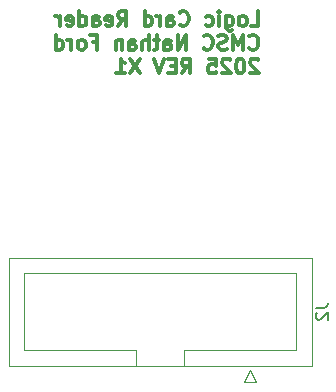
<source format=gbr>
%TF.GenerationSoftware,KiCad,Pcbnew,9.0.2*%
%TF.CreationDate,2025-06-15T15:12:45-06:00*%
%TF.ProjectId,Logic board magnetic sensor,4c6f6769-6320-4626-9f61-7264206d6167,rev?*%
%TF.SameCoordinates,Original*%
%TF.FileFunction,Legend,Bot*%
%TF.FilePolarity,Positive*%
%FSLAX46Y46*%
G04 Gerber Fmt 4.6, Leading zero omitted, Abs format (unit mm)*
G04 Created by KiCad (PCBNEW 9.0.2) date 2025-06-15 15:12:45*
%MOMM*%
%LPD*%
G01*
G04 APERTURE LIST*
%ADD10C,0.300000*%
%ADD11C,0.150000*%
%ADD12C,0.120000*%
G04 APERTURE END LIST*
D10*
X145659774Y-45806563D02*
X146255012Y-45806563D01*
X146255012Y-45806563D02*
X146255012Y-44556563D01*
X145064536Y-45806563D02*
X145183584Y-45747040D01*
X145183584Y-45747040D02*
X145243107Y-45687516D01*
X145243107Y-45687516D02*
X145302631Y-45568468D01*
X145302631Y-45568468D02*
X145302631Y-45211325D01*
X145302631Y-45211325D02*
X145243107Y-45092278D01*
X145243107Y-45092278D02*
X145183584Y-45032754D01*
X145183584Y-45032754D02*
X145064536Y-44973230D01*
X145064536Y-44973230D02*
X144885965Y-44973230D01*
X144885965Y-44973230D02*
X144766917Y-45032754D01*
X144766917Y-45032754D02*
X144707393Y-45092278D01*
X144707393Y-45092278D02*
X144647869Y-45211325D01*
X144647869Y-45211325D02*
X144647869Y-45568468D01*
X144647869Y-45568468D02*
X144707393Y-45687516D01*
X144707393Y-45687516D02*
X144766917Y-45747040D01*
X144766917Y-45747040D02*
X144885965Y-45806563D01*
X144885965Y-45806563D02*
X145064536Y-45806563D01*
X143576441Y-44973230D02*
X143576441Y-45985135D01*
X143576441Y-45985135D02*
X143635965Y-46104182D01*
X143635965Y-46104182D02*
X143695489Y-46163706D01*
X143695489Y-46163706D02*
X143814536Y-46223230D01*
X143814536Y-46223230D02*
X143993108Y-46223230D01*
X143993108Y-46223230D02*
X144112155Y-46163706D01*
X143576441Y-45747040D02*
X143695489Y-45806563D01*
X143695489Y-45806563D02*
X143933584Y-45806563D01*
X143933584Y-45806563D02*
X144052632Y-45747040D01*
X144052632Y-45747040D02*
X144112155Y-45687516D01*
X144112155Y-45687516D02*
X144171679Y-45568468D01*
X144171679Y-45568468D02*
X144171679Y-45211325D01*
X144171679Y-45211325D02*
X144112155Y-45092278D01*
X144112155Y-45092278D02*
X144052632Y-45032754D01*
X144052632Y-45032754D02*
X143933584Y-44973230D01*
X143933584Y-44973230D02*
X143695489Y-44973230D01*
X143695489Y-44973230D02*
X143576441Y-45032754D01*
X142981203Y-45806563D02*
X142981203Y-44973230D01*
X142981203Y-44556563D02*
X143040727Y-44616087D01*
X143040727Y-44616087D02*
X142981203Y-44675611D01*
X142981203Y-44675611D02*
X142921680Y-44616087D01*
X142921680Y-44616087D02*
X142981203Y-44556563D01*
X142981203Y-44556563D02*
X142981203Y-44675611D01*
X141850251Y-45747040D02*
X141969299Y-45806563D01*
X141969299Y-45806563D02*
X142207394Y-45806563D01*
X142207394Y-45806563D02*
X142326442Y-45747040D01*
X142326442Y-45747040D02*
X142385965Y-45687516D01*
X142385965Y-45687516D02*
X142445489Y-45568468D01*
X142445489Y-45568468D02*
X142445489Y-45211325D01*
X142445489Y-45211325D02*
X142385965Y-45092278D01*
X142385965Y-45092278D02*
X142326442Y-45032754D01*
X142326442Y-45032754D02*
X142207394Y-44973230D01*
X142207394Y-44973230D02*
X141969299Y-44973230D01*
X141969299Y-44973230D02*
X141850251Y-45032754D01*
X139647870Y-45687516D02*
X139707394Y-45747040D01*
X139707394Y-45747040D02*
X139885965Y-45806563D01*
X139885965Y-45806563D02*
X140005013Y-45806563D01*
X140005013Y-45806563D02*
X140183584Y-45747040D01*
X140183584Y-45747040D02*
X140302632Y-45627992D01*
X140302632Y-45627992D02*
X140362155Y-45508944D01*
X140362155Y-45508944D02*
X140421679Y-45270849D01*
X140421679Y-45270849D02*
X140421679Y-45092278D01*
X140421679Y-45092278D02*
X140362155Y-44854182D01*
X140362155Y-44854182D02*
X140302632Y-44735135D01*
X140302632Y-44735135D02*
X140183584Y-44616087D01*
X140183584Y-44616087D02*
X140005013Y-44556563D01*
X140005013Y-44556563D02*
X139885965Y-44556563D01*
X139885965Y-44556563D02*
X139707394Y-44616087D01*
X139707394Y-44616087D02*
X139647870Y-44675611D01*
X138576441Y-45806563D02*
X138576441Y-45151801D01*
X138576441Y-45151801D02*
X138635965Y-45032754D01*
X138635965Y-45032754D02*
X138755013Y-44973230D01*
X138755013Y-44973230D02*
X138993108Y-44973230D01*
X138993108Y-44973230D02*
X139112155Y-45032754D01*
X138576441Y-45747040D02*
X138695489Y-45806563D01*
X138695489Y-45806563D02*
X138993108Y-45806563D01*
X138993108Y-45806563D02*
X139112155Y-45747040D01*
X139112155Y-45747040D02*
X139171679Y-45627992D01*
X139171679Y-45627992D02*
X139171679Y-45508944D01*
X139171679Y-45508944D02*
X139112155Y-45389897D01*
X139112155Y-45389897D02*
X138993108Y-45330373D01*
X138993108Y-45330373D02*
X138695489Y-45330373D01*
X138695489Y-45330373D02*
X138576441Y-45270849D01*
X137981203Y-45806563D02*
X137981203Y-44973230D01*
X137981203Y-45211325D02*
X137921680Y-45092278D01*
X137921680Y-45092278D02*
X137862156Y-45032754D01*
X137862156Y-45032754D02*
X137743108Y-44973230D01*
X137743108Y-44973230D02*
X137624061Y-44973230D01*
X136671679Y-45806563D02*
X136671679Y-44556563D01*
X136671679Y-45747040D02*
X136790727Y-45806563D01*
X136790727Y-45806563D02*
X137028822Y-45806563D01*
X137028822Y-45806563D02*
X137147870Y-45747040D01*
X137147870Y-45747040D02*
X137207393Y-45687516D01*
X137207393Y-45687516D02*
X137266917Y-45568468D01*
X137266917Y-45568468D02*
X137266917Y-45211325D01*
X137266917Y-45211325D02*
X137207393Y-45092278D01*
X137207393Y-45092278D02*
X137147870Y-45032754D01*
X137147870Y-45032754D02*
X137028822Y-44973230D01*
X137028822Y-44973230D02*
X136790727Y-44973230D01*
X136790727Y-44973230D02*
X136671679Y-45032754D01*
X134409775Y-45806563D02*
X134826441Y-45211325D01*
X135124060Y-45806563D02*
X135124060Y-44556563D01*
X135124060Y-44556563D02*
X134647870Y-44556563D01*
X134647870Y-44556563D02*
X134528822Y-44616087D01*
X134528822Y-44616087D02*
X134469299Y-44675611D01*
X134469299Y-44675611D02*
X134409775Y-44794659D01*
X134409775Y-44794659D02*
X134409775Y-44973230D01*
X134409775Y-44973230D02*
X134469299Y-45092278D01*
X134469299Y-45092278D02*
X134528822Y-45151801D01*
X134528822Y-45151801D02*
X134647870Y-45211325D01*
X134647870Y-45211325D02*
X135124060Y-45211325D01*
X133397870Y-45747040D02*
X133516918Y-45806563D01*
X133516918Y-45806563D02*
X133755013Y-45806563D01*
X133755013Y-45806563D02*
X133874060Y-45747040D01*
X133874060Y-45747040D02*
X133933584Y-45627992D01*
X133933584Y-45627992D02*
X133933584Y-45151801D01*
X133933584Y-45151801D02*
X133874060Y-45032754D01*
X133874060Y-45032754D02*
X133755013Y-44973230D01*
X133755013Y-44973230D02*
X133516918Y-44973230D01*
X133516918Y-44973230D02*
X133397870Y-45032754D01*
X133397870Y-45032754D02*
X133338346Y-45151801D01*
X133338346Y-45151801D02*
X133338346Y-45270849D01*
X133338346Y-45270849D02*
X133933584Y-45389897D01*
X132266917Y-45806563D02*
X132266917Y-45151801D01*
X132266917Y-45151801D02*
X132326441Y-45032754D01*
X132326441Y-45032754D02*
X132445489Y-44973230D01*
X132445489Y-44973230D02*
X132683584Y-44973230D01*
X132683584Y-44973230D02*
X132802631Y-45032754D01*
X132266917Y-45747040D02*
X132385965Y-45806563D01*
X132385965Y-45806563D02*
X132683584Y-45806563D01*
X132683584Y-45806563D02*
X132802631Y-45747040D01*
X132802631Y-45747040D02*
X132862155Y-45627992D01*
X132862155Y-45627992D02*
X132862155Y-45508944D01*
X132862155Y-45508944D02*
X132802631Y-45389897D01*
X132802631Y-45389897D02*
X132683584Y-45330373D01*
X132683584Y-45330373D02*
X132385965Y-45330373D01*
X132385965Y-45330373D02*
X132266917Y-45270849D01*
X131135965Y-45806563D02*
X131135965Y-44556563D01*
X131135965Y-45747040D02*
X131255013Y-45806563D01*
X131255013Y-45806563D02*
X131493108Y-45806563D01*
X131493108Y-45806563D02*
X131612156Y-45747040D01*
X131612156Y-45747040D02*
X131671679Y-45687516D01*
X131671679Y-45687516D02*
X131731203Y-45568468D01*
X131731203Y-45568468D02*
X131731203Y-45211325D01*
X131731203Y-45211325D02*
X131671679Y-45092278D01*
X131671679Y-45092278D02*
X131612156Y-45032754D01*
X131612156Y-45032754D02*
X131493108Y-44973230D01*
X131493108Y-44973230D02*
X131255013Y-44973230D01*
X131255013Y-44973230D02*
X131135965Y-45032754D01*
X130064537Y-45747040D02*
X130183585Y-45806563D01*
X130183585Y-45806563D02*
X130421680Y-45806563D01*
X130421680Y-45806563D02*
X130540727Y-45747040D01*
X130540727Y-45747040D02*
X130600251Y-45627992D01*
X130600251Y-45627992D02*
X130600251Y-45151801D01*
X130600251Y-45151801D02*
X130540727Y-45032754D01*
X130540727Y-45032754D02*
X130421680Y-44973230D01*
X130421680Y-44973230D02*
X130183585Y-44973230D01*
X130183585Y-44973230D02*
X130064537Y-45032754D01*
X130064537Y-45032754D02*
X130005013Y-45151801D01*
X130005013Y-45151801D02*
X130005013Y-45270849D01*
X130005013Y-45270849D02*
X130600251Y-45389897D01*
X129469298Y-45806563D02*
X129469298Y-44973230D01*
X129469298Y-45211325D02*
X129409775Y-45092278D01*
X129409775Y-45092278D02*
X129350251Y-45032754D01*
X129350251Y-45032754D02*
X129231203Y-44973230D01*
X129231203Y-44973230D02*
X129112156Y-44973230D01*
X145540727Y-47699946D02*
X145600251Y-47759470D01*
X145600251Y-47759470D02*
X145778822Y-47818993D01*
X145778822Y-47818993D02*
X145897870Y-47818993D01*
X145897870Y-47818993D02*
X146076441Y-47759470D01*
X146076441Y-47759470D02*
X146195489Y-47640422D01*
X146195489Y-47640422D02*
X146255012Y-47521374D01*
X146255012Y-47521374D02*
X146314536Y-47283279D01*
X146314536Y-47283279D02*
X146314536Y-47104708D01*
X146314536Y-47104708D02*
X146255012Y-46866612D01*
X146255012Y-46866612D02*
X146195489Y-46747565D01*
X146195489Y-46747565D02*
X146076441Y-46628517D01*
X146076441Y-46628517D02*
X145897870Y-46568993D01*
X145897870Y-46568993D02*
X145778822Y-46568993D01*
X145778822Y-46568993D02*
X145600251Y-46628517D01*
X145600251Y-46628517D02*
X145540727Y-46688041D01*
X145005012Y-47818993D02*
X145005012Y-46568993D01*
X145005012Y-46568993D02*
X144588346Y-47461850D01*
X144588346Y-47461850D02*
X144171679Y-46568993D01*
X144171679Y-46568993D02*
X144171679Y-47818993D01*
X143635965Y-47759470D02*
X143457394Y-47818993D01*
X143457394Y-47818993D02*
X143159775Y-47818993D01*
X143159775Y-47818993D02*
X143040727Y-47759470D01*
X143040727Y-47759470D02*
X142981203Y-47699946D01*
X142981203Y-47699946D02*
X142921680Y-47580898D01*
X142921680Y-47580898D02*
X142921680Y-47461850D01*
X142921680Y-47461850D02*
X142981203Y-47342803D01*
X142981203Y-47342803D02*
X143040727Y-47283279D01*
X143040727Y-47283279D02*
X143159775Y-47223755D01*
X143159775Y-47223755D02*
X143397870Y-47164231D01*
X143397870Y-47164231D02*
X143516918Y-47104708D01*
X143516918Y-47104708D02*
X143576441Y-47045184D01*
X143576441Y-47045184D02*
X143635965Y-46926136D01*
X143635965Y-46926136D02*
X143635965Y-46807089D01*
X143635965Y-46807089D02*
X143576441Y-46688041D01*
X143576441Y-46688041D02*
X143516918Y-46628517D01*
X143516918Y-46628517D02*
X143397870Y-46568993D01*
X143397870Y-46568993D02*
X143100251Y-46568993D01*
X143100251Y-46568993D02*
X142921680Y-46628517D01*
X141671680Y-47699946D02*
X141731204Y-47759470D01*
X141731204Y-47759470D02*
X141909775Y-47818993D01*
X141909775Y-47818993D02*
X142028823Y-47818993D01*
X142028823Y-47818993D02*
X142207394Y-47759470D01*
X142207394Y-47759470D02*
X142326442Y-47640422D01*
X142326442Y-47640422D02*
X142385965Y-47521374D01*
X142385965Y-47521374D02*
X142445489Y-47283279D01*
X142445489Y-47283279D02*
X142445489Y-47104708D01*
X142445489Y-47104708D02*
X142385965Y-46866612D01*
X142385965Y-46866612D02*
X142326442Y-46747565D01*
X142326442Y-46747565D02*
X142207394Y-46628517D01*
X142207394Y-46628517D02*
X142028823Y-46568993D01*
X142028823Y-46568993D02*
X141909775Y-46568993D01*
X141909775Y-46568993D02*
X141731204Y-46628517D01*
X141731204Y-46628517D02*
X141671680Y-46688041D01*
X140183584Y-47818993D02*
X140183584Y-46568993D01*
X140183584Y-46568993D02*
X139469299Y-47818993D01*
X139469299Y-47818993D02*
X139469299Y-46568993D01*
X138338346Y-47818993D02*
X138338346Y-47164231D01*
X138338346Y-47164231D02*
X138397870Y-47045184D01*
X138397870Y-47045184D02*
X138516918Y-46985660D01*
X138516918Y-46985660D02*
X138755013Y-46985660D01*
X138755013Y-46985660D02*
X138874060Y-47045184D01*
X138338346Y-47759470D02*
X138457394Y-47818993D01*
X138457394Y-47818993D02*
X138755013Y-47818993D01*
X138755013Y-47818993D02*
X138874060Y-47759470D01*
X138874060Y-47759470D02*
X138933584Y-47640422D01*
X138933584Y-47640422D02*
X138933584Y-47521374D01*
X138933584Y-47521374D02*
X138874060Y-47402327D01*
X138874060Y-47402327D02*
X138755013Y-47342803D01*
X138755013Y-47342803D02*
X138457394Y-47342803D01*
X138457394Y-47342803D02*
X138338346Y-47283279D01*
X137921680Y-46985660D02*
X137445489Y-46985660D01*
X137743108Y-46568993D02*
X137743108Y-47640422D01*
X137743108Y-47640422D02*
X137683585Y-47759470D01*
X137683585Y-47759470D02*
X137564537Y-47818993D01*
X137564537Y-47818993D02*
X137445489Y-47818993D01*
X137028822Y-47818993D02*
X137028822Y-46568993D01*
X136493108Y-47818993D02*
X136493108Y-47164231D01*
X136493108Y-47164231D02*
X136552632Y-47045184D01*
X136552632Y-47045184D02*
X136671680Y-46985660D01*
X136671680Y-46985660D02*
X136850251Y-46985660D01*
X136850251Y-46985660D02*
X136969299Y-47045184D01*
X136969299Y-47045184D02*
X137028822Y-47104708D01*
X135362156Y-47818993D02*
X135362156Y-47164231D01*
X135362156Y-47164231D02*
X135421680Y-47045184D01*
X135421680Y-47045184D02*
X135540728Y-46985660D01*
X135540728Y-46985660D02*
X135778823Y-46985660D01*
X135778823Y-46985660D02*
X135897870Y-47045184D01*
X135362156Y-47759470D02*
X135481204Y-47818993D01*
X135481204Y-47818993D02*
X135778823Y-47818993D01*
X135778823Y-47818993D02*
X135897870Y-47759470D01*
X135897870Y-47759470D02*
X135957394Y-47640422D01*
X135957394Y-47640422D02*
X135957394Y-47521374D01*
X135957394Y-47521374D02*
X135897870Y-47402327D01*
X135897870Y-47402327D02*
X135778823Y-47342803D01*
X135778823Y-47342803D02*
X135481204Y-47342803D01*
X135481204Y-47342803D02*
X135362156Y-47283279D01*
X134766918Y-46985660D02*
X134766918Y-47818993D01*
X134766918Y-47104708D02*
X134707395Y-47045184D01*
X134707395Y-47045184D02*
X134588347Y-46985660D01*
X134588347Y-46985660D02*
X134409776Y-46985660D01*
X134409776Y-46985660D02*
X134290728Y-47045184D01*
X134290728Y-47045184D02*
X134231204Y-47164231D01*
X134231204Y-47164231D02*
X134231204Y-47818993D01*
X132266919Y-47164231D02*
X132683585Y-47164231D01*
X132683585Y-47818993D02*
X132683585Y-46568993D01*
X132683585Y-46568993D02*
X132088347Y-46568993D01*
X131433585Y-47818993D02*
X131552633Y-47759470D01*
X131552633Y-47759470D02*
X131612156Y-47699946D01*
X131612156Y-47699946D02*
X131671680Y-47580898D01*
X131671680Y-47580898D02*
X131671680Y-47223755D01*
X131671680Y-47223755D02*
X131612156Y-47104708D01*
X131612156Y-47104708D02*
X131552633Y-47045184D01*
X131552633Y-47045184D02*
X131433585Y-46985660D01*
X131433585Y-46985660D02*
X131255014Y-46985660D01*
X131255014Y-46985660D02*
X131135966Y-47045184D01*
X131135966Y-47045184D02*
X131076442Y-47104708D01*
X131076442Y-47104708D02*
X131016918Y-47223755D01*
X131016918Y-47223755D02*
X131016918Y-47580898D01*
X131016918Y-47580898D02*
X131076442Y-47699946D01*
X131076442Y-47699946D02*
X131135966Y-47759470D01*
X131135966Y-47759470D02*
X131255014Y-47818993D01*
X131255014Y-47818993D02*
X131433585Y-47818993D01*
X130481204Y-47818993D02*
X130481204Y-46985660D01*
X130481204Y-47223755D02*
X130421681Y-47104708D01*
X130421681Y-47104708D02*
X130362157Y-47045184D01*
X130362157Y-47045184D02*
X130243109Y-46985660D01*
X130243109Y-46985660D02*
X130124062Y-46985660D01*
X129171680Y-47818993D02*
X129171680Y-46568993D01*
X129171680Y-47759470D02*
X129290728Y-47818993D01*
X129290728Y-47818993D02*
X129528823Y-47818993D01*
X129528823Y-47818993D02*
X129647871Y-47759470D01*
X129647871Y-47759470D02*
X129707394Y-47699946D01*
X129707394Y-47699946D02*
X129766918Y-47580898D01*
X129766918Y-47580898D02*
X129766918Y-47223755D01*
X129766918Y-47223755D02*
X129707394Y-47104708D01*
X129707394Y-47104708D02*
X129647871Y-47045184D01*
X129647871Y-47045184D02*
X129528823Y-46985660D01*
X129528823Y-46985660D02*
X129290728Y-46985660D01*
X129290728Y-46985660D02*
X129171680Y-47045184D01*
X146314536Y-48700471D02*
X146255012Y-48640947D01*
X146255012Y-48640947D02*
X146135965Y-48581423D01*
X146135965Y-48581423D02*
X145838346Y-48581423D01*
X145838346Y-48581423D02*
X145719298Y-48640947D01*
X145719298Y-48640947D02*
X145659774Y-48700471D01*
X145659774Y-48700471D02*
X145600251Y-48819519D01*
X145600251Y-48819519D02*
X145600251Y-48938566D01*
X145600251Y-48938566D02*
X145659774Y-49117138D01*
X145659774Y-49117138D02*
X146374060Y-49831423D01*
X146374060Y-49831423D02*
X145600251Y-49831423D01*
X144826441Y-48581423D02*
X144707394Y-48581423D01*
X144707394Y-48581423D02*
X144588346Y-48640947D01*
X144588346Y-48640947D02*
X144528822Y-48700471D01*
X144528822Y-48700471D02*
X144469298Y-48819519D01*
X144469298Y-48819519D02*
X144409775Y-49057614D01*
X144409775Y-49057614D02*
X144409775Y-49355233D01*
X144409775Y-49355233D02*
X144469298Y-49593328D01*
X144469298Y-49593328D02*
X144528822Y-49712376D01*
X144528822Y-49712376D02*
X144588346Y-49771900D01*
X144588346Y-49771900D02*
X144707394Y-49831423D01*
X144707394Y-49831423D02*
X144826441Y-49831423D01*
X144826441Y-49831423D02*
X144945489Y-49771900D01*
X144945489Y-49771900D02*
X145005013Y-49712376D01*
X145005013Y-49712376D02*
X145064536Y-49593328D01*
X145064536Y-49593328D02*
X145124060Y-49355233D01*
X145124060Y-49355233D02*
X145124060Y-49057614D01*
X145124060Y-49057614D02*
X145064536Y-48819519D01*
X145064536Y-48819519D02*
X145005013Y-48700471D01*
X145005013Y-48700471D02*
X144945489Y-48640947D01*
X144945489Y-48640947D02*
X144826441Y-48581423D01*
X143933584Y-48700471D02*
X143874060Y-48640947D01*
X143874060Y-48640947D02*
X143755013Y-48581423D01*
X143755013Y-48581423D02*
X143457394Y-48581423D01*
X143457394Y-48581423D02*
X143338346Y-48640947D01*
X143338346Y-48640947D02*
X143278822Y-48700471D01*
X143278822Y-48700471D02*
X143219299Y-48819519D01*
X143219299Y-48819519D02*
X143219299Y-48938566D01*
X143219299Y-48938566D02*
X143278822Y-49117138D01*
X143278822Y-49117138D02*
X143993108Y-49831423D01*
X143993108Y-49831423D02*
X143219299Y-49831423D01*
X142088346Y-48581423D02*
X142683584Y-48581423D01*
X142683584Y-48581423D02*
X142743108Y-49176661D01*
X142743108Y-49176661D02*
X142683584Y-49117138D01*
X142683584Y-49117138D02*
X142564537Y-49057614D01*
X142564537Y-49057614D02*
X142266918Y-49057614D01*
X142266918Y-49057614D02*
X142147870Y-49117138D01*
X142147870Y-49117138D02*
X142088346Y-49176661D01*
X142088346Y-49176661D02*
X142028823Y-49295709D01*
X142028823Y-49295709D02*
X142028823Y-49593328D01*
X142028823Y-49593328D02*
X142088346Y-49712376D01*
X142088346Y-49712376D02*
X142147870Y-49771900D01*
X142147870Y-49771900D02*
X142266918Y-49831423D01*
X142266918Y-49831423D02*
X142564537Y-49831423D01*
X142564537Y-49831423D02*
X142683584Y-49771900D01*
X142683584Y-49771900D02*
X142743108Y-49712376D01*
X139826442Y-49831423D02*
X140243108Y-49236185D01*
X140540727Y-49831423D02*
X140540727Y-48581423D01*
X140540727Y-48581423D02*
X140064537Y-48581423D01*
X140064537Y-48581423D02*
X139945489Y-48640947D01*
X139945489Y-48640947D02*
X139885966Y-48700471D01*
X139885966Y-48700471D02*
X139826442Y-48819519D01*
X139826442Y-48819519D02*
X139826442Y-48998090D01*
X139826442Y-48998090D02*
X139885966Y-49117138D01*
X139885966Y-49117138D02*
X139945489Y-49176661D01*
X139945489Y-49176661D02*
X140064537Y-49236185D01*
X140064537Y-49236185D02*
X140540727Y-49236185D01*
X139290727Y-49176661D02*
X138874061Y-49176661D01*
X138695489Y-49831423D02*
X139290727Y-49831423D01*
X139290727Y-49831423D02*
X139290727Y-48581423D01*
X139290727Y-48581423D02*
X138695489Y-48581423D01*
X138338347Y-48581423D02*
X137921680Y-49831423D01*
X137921680Y-49831423D02*
X137505014Y-48581423D01*
X136255013Y-48581423D02*
X135421680Y-49831423D01*
X135421680Y-48581423D02*
X136255013Y-49831423D01*
X134290728Y-49831423D02*
X135005013Y-49831423D01*
X134647870Y-49831423D02*
X134647870Y-48581423D01*
X134647870Y-48581423D02*
X134766918Y-48759995D01*
X134766918Y-48759995D02*
X134885966Y-48879042D01*
X134885966Y-48879042D02*
X135005013Y-48938566D01*
D11*
X151174819Y-69666666D02*
X151889104Y-69666666D01*
X151889104Y-69666666D02*
X152031961Y-69619047D01*
X152031961Y-69619047D02*
X152127200Y-69523809D01*
X152127200Y-69523809D02*
X152174819Y-69380952D01*
X152174819Y-69380952D02*
X152174819Y-69285714D01*
X151270057Y-70095238D02*
X151222438Y-70142857D01*
X151222438Y-70142857D02*
X151174819Y-70238095D01*
X151174819Y-70238095D02*
X151174819Y-70476190D01*
X151174819Y-70476190D02*
X151222438Y-70571428D01*
X151222438Y-70571428D02*
X151270057Y-70619047D01*
X151270057Y-70619047D02*
X151365295Y-70666666D01*
X151365295Y-70666666D02*
X151460533Y-70666666D01*
X151460533Y-70666666D02*
X151603390Y-70619047D01*
X151603390Y-70619047D02*
X152174819Y-70047619D01*
X152174819Y-70047619D02*
X152174819Y-70666666D01*
D12*
%TO.C,J2*%
X146120000Y-75950000D02*
X145120000Y-75950000D01*
X145120000Y-75950000D02*
X145620000Y-74950000D01*
X145620000Y-74950000D02*
X146120000Y-75950000D01*
X150830000Y-74560000D02*
X150830000Y-65440000D01*
X140050000Y-74560000D02*
X140050000Y-73250000D01*
X125170000Y-74560000D02*
X150830000Y-74560000D01*
X149530000Y-73250000D02*
X149530000Y-66750000D01*
X140050000Y-73250000D02*
X149530000Y-73250000D01*
X135950000Y-73250000D02*
X135950000Y-74560000D01*
X135950000Y-73250000D02*
X135950000Y-73250000D01*
X126470000Y-73250000D02*
X135950000Y-73250000D01*
X149530000Y-66750000D02*
X126470000Y-66750000D01*
X126470000Y-66750000D02*
X126470000Y-73250000D01*
X150830000Y-65440000D02*
X125170000Y-65440000D01*
X125170000Y-65440000D02*
X125170000Y-74560000D01*
%TD*%
M02*

</source>
